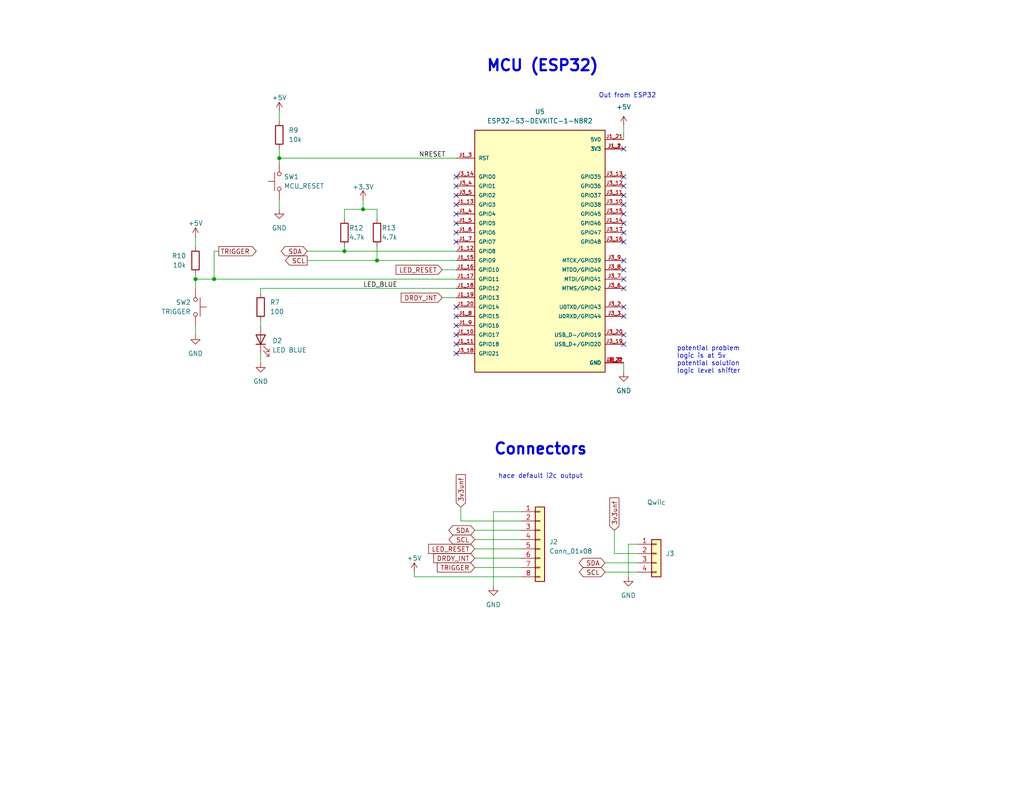
<source format=kicad_sch>
(kicad_sch (version 20250114) (generator "eeschema") (generator_version "9.0")
  (paper "A")
  (title_block (title "Development Board") (date "2025-05-14") (rev "2.3.1B") (company "Plastic Scanner"))
  (lib_symbols
    (symbol "Connector_Generic:Conn_01x04" (pin_names (offset 1.016) (hide yes))
      (property "Reference" "J" (at 0 5.08 0))
      (property "Value" "Conn_01x04" (at 0 -7.62 0))
      (symbol "Conn_01x04_1_1"
        (rectangle (start -1.27 3.81) (end 1.27 -6.35) (stroke (width 0.254)) (fill (type background)))
        (rectangle (start -1.27 2.667) (end 0 2.413) (stroke (width 0.1524)))
        (rectangle (start -1.27 0.127) (end 0 -0.127) (stroke (width 0.1524)))
        (rectangle (start -1.27 -2.413) (end 0 -2.667) (stroke (width 0.1524)))
        (rectangle (start -1.27 -4.953) (end 0 -5.207) (stroke (width 0.1524)))
        (pin passive line (at -5.08 2.54 0) (length 3.81) (name "Pin_1") (number "1"))
        (pin passive line (at -5.08 0 0) (length 3.81) (name "Pin_2") (number "2"))
        (pin passive line (at -5.08 -2.54 0) (length 3.81) (name "Pin_3") (number "3"))
        (pin passive line (at -5.08 -5.08 0) (length 3.81) (name "Pin_4") (number "4"))
      )
    )
    (symbol "Connector_Generic:Conn_01x08" (pin_names (offset 1.016) (hide yes))
      (property "Reference" "J" (at 0 10.16 0))
      (property "Value" "Conn_01x08" (at 0 -12.7 0))
      (symbol "Conn_01x08_1_1"
        (rectangle (start -1.27 8.89) (end 1.27 -11.43) (stroke (width 0.254)) (fill (type background)))
        (rectangle (start -1.27 7.747) (end 0 7.493) (stroke (width 0.1524)))
        (rectangle (start -1.27 5.207) (end 0 4.953) (stroke (width 0.1524)))
        (rectangle (start -1.27 2.667) (end 0 2.413) (stroke (width 0.1524)))
        (rectangle (start -1.27 0.127) (end 0 -0.127) (stroke (width 0.1524)))
        (rectangle (start -1.27 -2.413) (end 0 -2.667) (stroke (width 0.1524)))
        (rectangle (start -1.27 -4.953) (end 0 -5.207) (stroke (width 0.1524)))
        (rectangle (start -1.27 -7.493) (end 0 -7.747) (stroke (width 0.1524)))
        (rectangle (start -1.27 -10.033) (end 0 -10.287) (stroke (width 0.1524)))
        (pin passive line (at -5.08 7.62 0) (length 3.81) (name "Pin_1") (number "1"))
        (pin passive line (at -5.08 5.08 0) (length 3.81) (name "Pin_2") (number "2"))
        (pin passive line (at -5.08 2.54 0) (length 3.81) (name "Pin_3") (number "3"))
        (pin passive line (at -5.08 0 0) (length 3.81) (name "Pin_4") (number "4"))
        (pin passive line (at -5.08 -2.54 0) (length 3.81) (name "Pin_5") (number "5"))
        (pin passive line (at -5.08 -5.08 0) (length 3.81) (name "Pin_6") (number "6"))
        (pin passive line (at -5.08 -7.62 0) (length 3.81) (name "Pin_7") (number "7"))
        (pin passive line (at -5.08 -10.16 0) (length 3.81) (name "Pin_8") (number "8"))
      )
    )
    (symbol "Device:LED" (pin_numbers (hide yes)) (pin_names (offset 1.016) (hide yes))
      (property "Reference" "D" (at 0 2.54 0))
      (property "Value" "LED" (at 0 -2.54 0))
      (symbol "LED_0_1"
        (polyline (pts (xy -3.048 -0.762) (xy -4.572 -2.286) (xy -3.81 -2.286) (xy -4.572 -2.286) (xy -4.572 -1.524)))
        (polyline (pts (xy -1.778 -0.762) (xy -3.302 -2.286) (xy -2.54 -2.286) (xy -3.302 -2.286) (xy -3.302 -1.524)))
        (polyline (pts (xy -1.27 0) (xy 1.27 0)))
        (polyline (pts (xy -1.27 -1.27) (xy -1.27 1.27)) (stroke (width 0.254)))
        (polyline (pts (xy 1.27 -1.27) (xy 1.27 1.27) (xy -1.27 0) (xy 1.27 -1.27)) (stroke (width 0.254)))
      )
      (symbol "LED_1_1"
        (pin passive line (at -3.81 0 0) (length 2.54) (name "K") (number "1"))
        (pin passive line (at 3.81 0 180) (length 2.54) (name "A") (number "2"))
      )
    )
    (symbol "Device:R" (pin_numbers (hide yes)) (pin_names (offset 0))
      (property "Reference" "R" (at 2.032 0 90))
      (property "Value" "R" (at 0 0 90))
      (symbol "R_0_1"
        (rectangle (start -1.016 -2.54) (end 1.016 2.54) (stroke (width 0.254)))
      )
      (symbol "R_1_1"
        (pin passive line (at 0 3.81 270) (length 1.27) (name "~") (number "1"))
        (pin passive line (at 0 -3.81 90) (length 1.27) (name "~") (number "2"))
      )
    )
    (symbol "ESP32-S3-DEVKITC-1-N8R2:ESP32-S3-DEVKITC-1-N8R2" (pin_names (offset 1.016))
      (property "Reference" "U" (at -17.78 35.56 0))
      (property "Value" "ESP32-S3-DEVKITC-1-N8R2" (at -17.78 -35.56 0))
      (symbol "ESP32-S3-DEVKITC-1-N8R2_0_0"
        (rectangle (start -17.78 -33.02) (end 17.78 33.02) (stroke (width 0.254)) (fill (type background)))
        (pin input line (at -22.86 25.4 0) (length 5.08) (name "RST") (number "J1_3"))
        (pin bidirectional line (at -22.86 20.32 0) (length 5.08) (name "GPIO0") (number "J3_14"))
        (pin bidirectional line (at -22.86 17.78 0) (length 5.08) (name "GPIO1") (number "J3_4"))
        (pin bidirectional line (at -22.86 15.24 0) (length 5.08) (name "GPIO2") (number "J3_5"))
        (pin bidirectional line (at -22.86 12.7 0) (length 5.08) (name "GPIO3") (number "J1_13"))
        (pin bidirectional line (at -22.86 10.16 0) (length 5.08) (name "GPIO4") (number "J1_4"))
        (pin bidirectional line (at -22.86 7.62 0) (length 5.08) (name "GPIO5") (number "J1_5"))
        (pin bidirectional line (at -22.86 5.08 0) (length 5.08) (name "GPIO6") (number "J1_6"))
        (pin bidirectional line (at -22.86 2.54 0) (length 5.08) (name "GPIO7") (number "J1_7"))
        (pin bidirectional line (at -22.86 0 0) (length 5.08) (name "GPIO8") (number "J1_12"))
        (pin bidirectional line (at -22.86 -2.54 0) (length 5.08) (name "GPIO9") (number "J1_15"))
        (pin bidirectional line (at -22.86 -5.08 0) (length 5.08) (name "GPIO10") (number "J1_16"))
        (pin bidirectional line (at -22.86 -7.62 0) (length 5.08) (name "GPIO11") (number "J1_17"))
        (pin bidirectional line (at -22.86 -10.16 0) (length 5.08) (name "GPIO12") (number "J1_18"))
        (pin bidirectional line (at -22.86 -12.7 0) (length 5.08) (name "GPIO13") (number "J1_19"))
        (pin bidirectional line (at -22.86 -15.24 0) (length 5.08) (name "GPIO14") (number "J1_20"))
        (pin bidirectional line (at -22.86 -17.78 0) (length 5.08) (name "GPIO15") (number "J1_8"))
        (pin bidirectional line (at -22.86 -20.32 0) (length 5.08) (name "GPIO16") (number "J1_9"))
        (pin bidirectional line (at -22.86 -22.86 0) (length 5.08) (name "GPIO17") (number "J1_10"))
        (pin bidirectional line (at -22.86 -25.4 0) (length 5.08) (name "GPIO18") (number "J1_11"))
        (pin bidirectional line (at -22.86 -27.94 0) (length 5.08) (name "GPIO21") (number "J3_18"))
        (pin power_in line (at 22.86 30.48 180) (length 5.08) (name "5V0") (number "J1_21"))
        (pin power_in line (at 22.86 27.94 180) (length 5.08) (name "3V3") (number "J1_1"))
        (pin power_in line (at 22.86 27.94 180) (length 5.08) (name "3V3") (number "J1_2"))
        (pin bidirectional line (at 22.86 20.32 180) (length 5.08) (name "GPIO35") (number "J3_13"))
        (pin bidirectional line (at 22.86 17.78 180) (length 5.08) (name "GPIO36") (number "J3_12"))
        (pin bidirectional line (at 22.86 15.24 180) (length 5.08) (name "GPIO37") (number "J3_11"))
        (pin bidirectional line (at 22.86 12.7 180) (length 5.08) (name "GPIO38") (number "J3_10"))
        (pin bidirectional line (at 22.86 10.16 180) (length 5.08) (name "GPIO45") (number "J3_15"))
        (pin bidirectional line (at 22.86 7.62 180) (length 5.08) (name "GPIO46") (number "J1_14"))
        (pin bidirectional line (at 22.86 5.08 180) (length 5.08) (name "GPIO47") (number "J3_17"))
        (pin bidirectional line (at 22.86 2.54 180) (length 5.08) (name "GPIO48") (number "J3_16"))
        (pin bidirectional line (at 22.86 -2.54 180) (length 5.08) (name "MTCK/GPIO39") (number "J3_9"))
        (pin bidirectional line (at 22.86 -5.08 180) (length 5.08) (name "MTDO/GPIO40") (number "J3_8"))
        (pin bidirectional line (at 22.86 -7.62 180) (length 5.08) (name "MTDI/GPIO41") (number "J3_7"))
        (pin bidirectional line (at 22.86 -10.16 180) (length 5.08) (name "MTMS/GPIO42") (number "J3_6"))
        (pin bidirectional line (at 22.86 -15.24 180) (length 5.08) (name "U0TXD/GPIO43") (number "J3_2"))
        (pin bidirectional line (at 22.86 -17.78 180) (length 5.08) (name "U0RXD/GPIO44") (number "J3_3"))
        (pin bidirectional line (at 22.86 -22.86 180) (length 5.08) (name "USB_D-/GPIO19") (number "J3_20"))
        (pin bidirectional line (at 22.86 -25.4 180) (length 5.08) (name "USB_D+/GPIO20") (number "J3_19"))
        (pin power_in line (at 22.86 -30.48 180) (length 5.08) (name "GND") (number "J1_22"))
        (pin power_in line (at 22.86 -30.48 180) (length 5.08) (name "GND") (number "J3_1"))
        (pin power_in line (at 22.86 -30.48 180) (length 5.08) (name "GND") (number "J3_21"))
        (pin power_in line (at 22.86 -30.48 180) (length 5.08) (name "GND") (number "J3_22"))
      )
    )
    (symbol "Switch:SW_Push" (pin_numbers (hide yes)) (pin_names (offset 1.016) (hide yes))
      (property "Reference" "SW" (at 1.27 2.54 0))
      (property "Value" "SW_Push" (at 0 -1.524 0))
      (symbol "SW_Push_0_1"
        (circle (center -2.032 0) (radius 0.508))
        (polyline (pts (xy 0 1.27) (xy 0 3.048)))
        (circle (center 2.032 0) (radius 0.508))
        (polyline (pts (xy 2.54 1.27) (xy -2.54 1.27)))
        (pin passive line (at -5.08 0 0) (length 2.54) (name "1") (number "1"))
        (pin passive line (at 5.08 0 180) (length 2.54) (name "2") (number "2"))
      )
    )
    (symbol "power:+3.3V" (power) (pin_numbers (hide yes)) (pin_names (offset 0) (hide yes))
      (property "Value" "+3.3V" (at 0 3.556 0))
      (symbol "+3.3V_0_1"
        (polyline (pts (xy -0.762 1.27) (xy 0 2.54)))
        (polyline (pts (xy 0 2.54) (xy 0.762 1.27)))
        (polyline (pts (xy 0 0) (xy 0 2.54)))
      )
      (symbol "+3.3V_1_1"
        (pin power_in line (at 0 0 90) (length 0) (name "~") (number "1"))
      )
    )
    (symbol "power:+5V" (power) (pin_numbers (hide yes)) (pin_names (offset 0) (hide yes))
      (property "Value" "+5V" (at 0 3.556 0))
      (symbol "+5V_0_1"
        (polyline (pts (xy -0.762 1.27) (xy 0 2.54)))
        (polyline (pts (xy 0 2.54) (xy 0.762 1.27)))
        (polyline (pts (xy 0 0) (xy 0 2.54)))
      )
      (symbol "+5V_1_1"
        (pin power_in line (at 0 0 90) (length 0) (name "~") (number "1"))
      )
    )
    (symbol "power:GND" (power) (pin_numbers (hide yes)) (pin_names (offset 0) (hide yes))
      (property "Value" "GND" (at 0 -3.81 0))
      (symbol "GND_0_1"
        (polyline (pts (xy 0 0) (xy 0 -1.27) (xy 1.27 -1.27) (xy 0 -2.54) (xy -1.27 -1.27) (xy 0 -1.27)))
      )
      (symbol "GND_1_1"
        (pin power_in line (at 0 0 270) (length 0) (name "~") (number "1"))
      )
    )
  )
  (bus_alias "BUS2" (members "SDA" "SCL"))
  (text "MCU (ESP32)" (at 132.588 19.812 0) (effects (font (size 3 3) (thickness 0.6) (bold yes)) (justify left bottom)))
  (text "potential problem\nlogic is at 5v\npotential solution\nlogic level shifter\n\n" (at 184.658 104.14 0) (effects (font (size 1.27 1.27)) (justify left bottom)))
  (text "Out from ESP32\n" (at 171.196 26.162 0) (effects (font (size 1.27 1.27))))
  (text "hace default i2c output" (at 135.89 130.81 0) (effects (font (size 1.27 1.27)) (justify left bottom)))
  (text "Connectors" (at 134.62 124.46 0) (effects (font (size 3 3) (thickness 0.6) (bold yes)) (justify left bottom)))
  (junction (at 93.98 68.58))
  (junction (at 58.42 76.2))
  (junction (at 102.87 71.12))
  (junction (at 53.34 76.2))
  (junction (at 76.2 43.18))
  (junction (at 99.06 57.15))
  (no_connect (at 170.18 71.12))
  (no_connect (at 170.18 55.88))
  (no_connect (at 124.46 93.98))
  (no_connect (at 170.18 58.42))
  (no_connect (at 124.46 86.36))
  (no_connect (at 170.18 91.44))
  (no_connect (at 170.18 76.2))
  (no_connect (at 124.46 58.42))
  (no_connect (at 124.46 63.5))
  (no_connect (at 170.18 48.26))
  (no_connect (at 170.18 78.74))
  (no_connect (at 124.46 48.26))
  (no_connect (at 170.18 63.5))
  (no_connect (at 124.46 55.88))
  (no_connect (at 170.18 83.82))
  (no_connect (at 124.46 91.44))
  (no_connect (at 170.18 40.64))
  (no_connect (at 170.18 60.96))
  (no_connect (at 124.46 66.04))
  (no_connect (at 124.46 83.82))
  (no_connect (at 170.18 86.36))
  (no_connect (at 124.46 96.52))
  (no_connect (at 124.46 50.8))
  (no_connect (at 170.18 93.98))
  (no_connect (at 170.18 53.34))
  (no_connect (at 124.46 88.9))
  (no_connect (at 124.46 60.96))
  (no_connect (at 170.18 73.66))
  (no_connect (at 124.46 53.34))
  (no_connect (at 170.18 50.8))
  (no_connect (at 170.18 66.04))
  (wire (pts (xy 53.34 76.2) (xy 53.34 78.74)))
  (wire (pts (xy 173.99 151.13) (xy 167.64 151.13)))
  (wire (pts (xy 71.12 88.9) (xy 71.12 87.63)))
  (wire (pts (xy 167.64 144.78) (xy 167.64 151.13)))
  (wire (pts (xy 120.65 81.28) (xy 124.46 81.28)))
  (wire (pts (xy 53.34 64.77) (xy 53.34 67.31)))
  (wire (pts (xy 165.1 153.67) (xy 173.99 153.67)))
  (wire (pts (xy 58.42 68.58) (xy 59.69 68.58)))
  (wire (pts (xy 58.42 76.2) (xy 124.46 76.2)))
  (wire (pts (xy 93.98 59.69) (xy 93.98 57.15)))
  (wire (pts (xy 76.2 40.64) (xy 76.2 43.18)))
  (wire (pts (xy 102.87 71.12) (xy 124.46 71.12)))
  (wire (pts (xy 142.24 142.24) (xy 125.73 142.24)))
  (wire (pts (xy 171.45 148.59) (xy 173.99 148.59)))
  (wire (pts (xy 129.54 152.4) (xy 142.24 152.4)))
  (wire (pts (xy 83.82 71.12) (xy 102.87 71.12)))
  (wire (pts (xy 76.2 43.18) (xy 124.46 43.18)))
  (wire (pts (xy 71.12 78.74) (xy 71.12 80.01)))
  (wire (pts (xy 113.03 157.48) (xy 142.24 157.48)))
  (wire (pts (xy 129.54 147.32) (xy 142.24 147.32)))
  (wire (pts (xy 170.18 99.06) (xy 170.18 101.6)))
  (wire (pts (xy 76.2 30.48) (xy 76.2 33.02)))
  (wire (pts (xy 93.98 67.31) (xy 93.98 68.58)))
  (wire (pts (xy 71.12 96.52) (xy 71.12 99.06)))
  (wire (pts (xy 99.06 57.15) (xy 102.87 57.15)))
  (wire (pts (xy 83.82 68.58) (xy 93.98 68.58)))
  (wire (pts (xy 129.54 149.86) (xy 142.24 149.86)))
  (wire (pts (xy 113.03 157.48) (xy 113.03 156.21)))
  (wire (pts (xy 76.2 54.61) (xy 76.2 57.15)))
  (wire (pts (xy 129.54 154.94) (xy 142.24 154.94)))
  (wire (pts (xy 53.34 88.9) (xy 53.34 91.44)))
  (wire (pts (xy 53.34 74.93) (xy 53.34 76.2)))
  (wire (pts (xy 129.54 144.78) (xy 142.24 144.78)))
  (wire (pts (xy 102.87 67.31) (xy 102.87 71.12)))
  (wire (pts (xy 53.34 76.2) (xy 58.42 76.2)))
  (wire (pts (xy 93.98 68.58) (xy 124.46 68.58)))
  (wire (pts (xy 58.42 76.2) (xy 58.42 68.58)))
  (wire (pts (xy 125.73 142.24) (xy 125.73 138.43)))
  (wire (pts (xy 134.62 160.02) (xy 134.62 139.7)))
  (wire (pts (xy 171.45 157.48) (xy 171.45 148.59)))
  (wire (pts (xy 134.62 139.7) (xy 142.24 139.7)))
  (wire (pts (xy 102.87 57.15) (xy 102.87 59.69)))
  (wire (pts (xy 165.1 156.21) (xy 173.99 156.21)))
  (wire (pts (xy 71.12 78.74) (xy 124.46 78.74)))
  (wire (pts (xy 76.2 43.18) (xy 76.2 44.45)))
  (wire (pts (xy 99.06 54.61) (xy 99.06 57.15)))
  (wire (pts (xy 170.18 34.29) (xy 170.18 38.1)))
  (wire (pts (xy 93.98 57.15) (xy 99.06 57.15)))
  (wire (pts (xy 120.65 73.66) (xy 124.46 73.66)))
  (label "LED_BLUE" (at 99.06 78.74 0))
  (label "NRESET" (at 114.3 43.18 0))
  (global_label "DRDY_INT" (shape input) (at 129.54 152.4 180) (property "Intersheetrefs" "${INTERSHEET_REFS}" (effects (hide yes))))
  (global_label "SDA" (shape bidirectional) (at 129.54 144.78 180) (property "Intersheetrefs" "${INTERSHEET_REFS}" (effects (hide yes))))
  (global_label "SCL" (shape output) (at 83.82 71.12 180) (property "Intersheetrefs" "${INTERSHEET_REFS}" (effects (hide yes))))
  (global_label "SDA" (shape bidirectional) (at 165.1 153.67 180) (property "Intersheetrefs" "${INTERSHEET_REFS}" (effects (hide yes))))
  (global_label "TRIGGER" (shape input) (at 129.54 154.94 180) (property "Intersheetrefs" "${INTERSHEET_REFS}" (effects (hide yes))))
  (global_label "SDA" (shape bidirectional) (at 83.82 68.58 180) (property "Intersheetrefs" "${INTERSHEET_REFS}" (effects (hide yes))))
  (global_label "LED_RESET" (shape input) (at 120.65 73.66 180) (property "Intersheetrefs" "${INTERSHEET_REFS}" (effects (hide yes))))
  (global_label "3v3unf" (shape input) (at 125.73 138.43 90) (property "Intersheetrefs" "${INTERSHEET_REFS}" (effects (hide yes))))
  (global_label "SCL" (shape bidirectional) (at 129.54 147.32 180) (property "Intersheetrefs" "${INTERSHEET_REFS}" (effects (hide yes))))
  (global_label "DRDY_INT" (shape input) (at 120.65 81.28 180) (property "Intersheetrefs" "${INTERSHEET_REFS}" (effects (hide yes))))
  (global_label "SCL" (shape bidirectional) (at 165.1 156.21 180) (property "Intersheetrefs" "${INTERSHEET_REFS}" (effects (hide yes))))
  (global_label "TRIGGER" (shape output) (at 59.69 68.58 0) (property "Intersheetrefs" "${INTERSHEET_REFS}" (effects (hide yes))))
  (global_label "3v3unf" (shape input) (at 167.64 144.78 90) (property "Intersheetrefs" "${INTERSHEET_REFS}" (effects (hide yes))))
  (global_label "LED_RESET" (shape input) (at 129.54 149.86 180) (property "Intersheetrefs" "${INTERSHEET_REFS}" (effects (hide yes))))
  (symbol (lib_id "Device:R") (at 102.87 63.5 0) (unit 1)
    (property "Reference" "R13" (at 104.14 62.23 0) (effects (justify left)))
    (property "Value" "4.7k" (at 104.14 64.77 0) (effects (justify left)))
    (property "Footprint" "Resistor_SMD:R_0805_2012Metric_Pad1.20x1.40mm_HandSolder" (effects (hide yes)))
  )
  (symbol (lib_id "power:GND") (at 71.12 99.06 0) (unit 1)
    (property "Reference" "#PWR015" (effects (hide yes)))
    (property "Value" "GND" (at 71.12 104.14 0))
    (property "Description" "Power symbol creates a global label with name \"GND\" , ground" (effects (hide yes)))
  )
  (symbol (lib_id "power:+3.3V") (at 99.06 54.61 0) (unit 1)
    (property "Reference" "#PWR022" (effects (hide yes)))
    (property "Value" "+3.3V" (at 99.06 51.054 0))
    (property "Description" "Power symbol creates a global label with name \"+3.3V\"" (effects (hide yes)))
  )
  (symbol (lib_id "Switch:SW_Push") (at 76.2 49.53 90) (unit 1)
    (property "Reference" "SW1" (at 77.47 48.2599 90) (effects (justify right)))
    (property "Value" "MCU_RESET" (at 77.47 50.7999 90) (effects (justify right)))
    (property "Footprint" "Button_Switch_THT:SW_PUSH_6mm" (effects (hide yes)))
  )
  (symbol (lib_id "power:GND") (at 134.62 160.02 0) (unit 1)
    (property "Reference" "#PWR12" (effects (hide yes)))
    (property "Value" "GND" (at 134.62 165.1 0))
    (property "Description" "Power symbol creates a global label with name \"GND\" , ground" (effects (hide yes)))
  )
  (symbol (lib_id "power:GND") (at 53.34 91.44 0) (mirror y) (unit 1)
    (property "Reference" "#PWR021" (effects (hide yes)))
    (property "Value" "GND" (at 53.34 96.52 0))
    (property "Description" "Power symbol creates a global label with name \"GND\" , ground" (effects (hide yes)))
  )
  (symbol (lib_id "power:+5V") (at 53.34 64.77 0) (unit 1)
    (property "Reference" "#PWR034" (effects (hide yes)))
    (property "Value" "+5V" (at 53.34 60.96 0))
    (property "Description" "Power symbol creates a global label with name \"+5V\"" (effects (hide yes)))
  )
  (symbol (lib_id "power:+5V") (at 113.03 156.21 0) (unit 1)
    (property "Reference" "#PWR035" (effects (hide yes)))
    (property "Value" "+5V" (at 113.03 152.4 0))
    (property "Description" "Power symbol creates a global label with name \"+5V\"" (effects (hide yes)))
  )
  (symbol (lib_id "Device:R") (at 53.34 71.12 0) (mirror y) (unit 1)
    (property "Reference" "R10" (at 50.8 69.8499 0) (effects (justify left)))
    (property "Value" "10k" (at 50.8 72.3899 0) (effects (justify left)))
    (property "Footprint" "Resistor_SMD:R_0805_2012Metric_Pad1.20x1.40mm_HandSolder" (effects (hide yes)))
  )
  (symbol (lib_id "Device:R") (at 71.12 83.82 0) (mirror y) (unit 1)
    (property "Reference" "R7" (at 73.66 82.5499 0) (effects (justify right)))
    (property "Value" "100" (at 73.66 85.0899 0) (effects (justify right)))
    (property "Footprint" "Resistor_SMD:R_0805_2012Metric_Pad1.20x1.40mm_HandSolder" (effects (hide yes)))
  )
  (symbol (lib_id "Switch:SW_Push") (at 53.34 83.82 270) (mirror x) (unit 1)
    (property "Reference" "SW2" (at 52.07 82.5499 90) (effects (justify right)))
    (property "Value" "TRIGGER" (at 52.07 85.0899 90) (effects (justify right)))
    (property "Footprint" "Button_Switch_THT:SW_PUSH_6mm" (effects (hide yes)))
  )
  (symbol (lib_id "power:+5V") (at 76.2 30.48 0) (unit 1)
    (property "Reference" "#PWR04" (effects (hide yes)))
    (property "Value" "+5V" (at 76.2 26.67 0))
    (property "Description" "Power symbol creates a global label with name \"+5V\"" (effects (hide yes)))
  )
  (symbol (lib_id "power:+5V") (at 170.18 34.29 0) (unit 1)
    (property "Reference" "#PWR036" (effects (hide yes)))
    (property "Value" "+5V" (at 170.18 29.21 0))
    (property "Description" "Power symbol creates a global label with name \"+5V\"" (effects (hide yes)))
  )
  (symbol (lib_id "Device:LED") (at 71.12 92.71 90) (unit 1)
    (property "Reference" "D2" (at 74.295 93.0274 90) (effects (justify right)))
    (property "Value" "LED BLUE" (at 74.295 95.5674 90) (effects (justify right)))
    (property "Footprint" "LED_SMD:LED_0805_2012Metric_Pad1.15x1.40mm_HandSolder" (effects (hide yes)))
  )
  (symbol (lib_id "power:GND") (at 170.18 101.6 0) (unit 1)
    (property "Reference" "#PWR037" (effects (hide yes)))
    (property "Value" "GND" (at 170.18 106.68 0))
    (property "Description" "Power symbol creates a global label with name \"GND\" , ground" (effects (hide yes)))
  )
  (symbol (lib_id "Connector_Generic:Conn_01x04") (at 179.07 151.13 0) (unit 1)
    (property "Reference" "J3" (at 181.61 151.1299 0) (effects (justify left)))
    (property "Value" "Qwiic" (at 176.53 137.16 0) (effects (justify left)))
    (property "Footprint" "Connector_JST:JST_SH_SM04B-SRSS-TB_1x04-1MP_P1.00mm_Horizontal" (effects (hide yes)))
  )
  (symbol (lib_id "ESP32-S3-DEVKITC-1-N8R2:ESP32-S3-DEVKITC-1-N8R2") (at 147.32 68.58 0) (unit 1)
    (property "Reference" "U5" (at 147.32 30.48 0))
    (property "Value" "ESP32-S3-DEVKITC-1-N8R2" (at 147.32 33.02 0))
    (property "Footprint" "ESP32-S3-DEVKITC-1-N8R2:XCVR_ESP32-S3-DEVKITC-1-N8R2" (effects (hide yes)))
    (property "MF" "Espressif Systems" (effects (hide yes)))
    (property "Description_1" "WiFi Development Tools - 802.11 ESP32-S3 general-purpose development board, embeds ESP32-S3-WROOM-1-N8R2, with pin header" (effects (hide yes)))
    (property "Package" "None" (effects (hide yes)))
    (property "Price" "None" (effects (hide yes)))
    (property "Check_prices" "https://www.snapeda.com/parts/ESP32-S3-DEVKITC-1-N8R2/Espressif+Systems/view-part/?ref=eda" (effects (hide yes)))
    (property "STANDARD" "Manufacturer Recommendations" (effects (hide yes)))
    (property "PARTREV" "V1" (effects (hide yes)))
    (property "SnapEDA_Link" "https://www.snapeda.com/parts/ESP32-S3-DEVKITC-1-N8R2/Espressif+Systems/view-part/?ref=snap" (effects (hide yes)))
    (property "MP" "ESP32-S3-DEVKITC-1-N8R2" (effects (hide yes)))
    (property "Availability" "In Stock" (effects (hide yes)))
    (property "MANUFACTURER" "Espressif" (effects (hide yes)))
  )
  (symbol (lib_id "Connector_Generic:Conn_01x08") (at 147.32 147.32 0) (unit 1)
    (property "Reference" "J2" (at 149.86 147.955 0) (effects (justify left)))
    (property "Value" "Conn_01x08" (at 149.86 150.495 0) (effects (justify left)))
    (property "Footprint" "Connector_PinHeader_2.54mm:PinHeader_1x08_P2.54mm_Vertical" (effects (hide yes)))
  )
  (symbol (lib_id "Device:R") (at 76.2 36.83 0) (unit 1)
    (property "Reference" "R9" (at 78.74 35.5599 0) (effects (justify left)))
    (property "Value" "10k" (at 78.74 38.0999 0) (effects (justify left)))
    (property "Footprint" "Resistor_SMD:R_0805_2012Metric_Pad1.20x1.40mm_HandSolder" (effects (hide yes)))
  )
  (symbol (lib_id "Device:R") (at 93.98 63.5 0) (unit 1)
    (property "Reference" "R12" (at 95.25 62.23 0) (effects (justify left)))
    (property "Value" "4.7k" (at 95.25 64.77 0) (effects (justify left)))
    (property "Footprint" "Resistor_SMD:R_0805_2012Metric_Pad1.20x1.40mm_HandSolder" (effects (hide yes)))
  )
  (symbol (lib_id "power:GND") (at 171.45 157.48 0) (unit 1)
    (property "Reference" "#PWR14" (effects (hide yes)))
    (property "Value" "GND" (at 171.45 162.56 0))
    (property "Description" "Power symbol creates a global label with name \"GND\" , ground" (effects (hide yes)))
  )
  (symbol (lib_id "power:GND") (at 76.2 57.15 0) (unit 1)
    (property "Reference" "#PWR19" (effects (hide yes)))
    (property "Value" "GND" (at 76.2 62.23 0))
    (property "Description" "Power symbol creates a global label with name \"GND\" , ground" (effects (hide yes)))
  )
)
</source>
